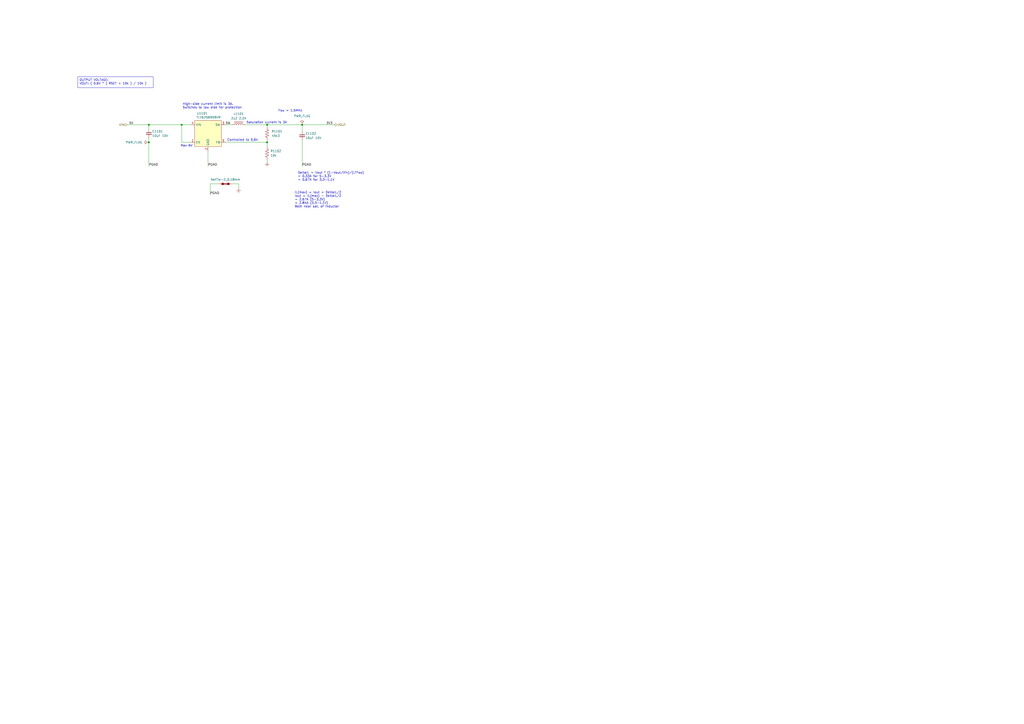
<source format=kicad_sch>
(kicad_sch (version 20250114) (generator "eeschema") (generator_version "9.0")
  (paper "A2")
  (lib_symbols
    (symbol "BR_Capacitors_0402:C_0402_10uF_10V_X5R_20%" (pin_numbers (hide yes)) (pin_names (offset 0.254) (hide yes))
      (property "Reference" "C" (at 1.016 1.778 0))
      (property "Value" "10uF 10V" (at 1.016 -1.778 0))
      (symbol "C_0402_10uF_10V_X5R_20%_0_1"
        (polyline (pts (xy -1.524 0.508) (xy 1.524 0.508)) (stroke (width 0.3048)))
        (polyline (pts (xy -1.524 -0.508) (xy 1.524 -0.508)) (stroke (width 0.3302)))
      )
      (symbol "C_0402_10uF_10V_X5R_20%_1_1"
        (pin passive line (at 0 2.54 270) (length 2.032) (name "~") (number "1"))
        (pin passive line (at 0 -2.54 90) (length 2.032) (name "~") (number "2"))
      )
    )
    (symbol "BR_IC_Regulators:TLV62569DBVR"
      (property "Reference" "U" (at 2.1941 12.7 0))
      (property "Value" "TLV62569DBVR" (at 2.1941 10.16 0))
      (symbol "TLV62569DBVR_1_1"
        (rectangle (start -7.62 7.62) (end 7.62 -7.62) (fill (type background)))
        (pin power_in line (at -10.16 5.08 0) (length 2.54) (name "VIN") (number "4"))
        (pin input line (at -10.16 -5.08 0) (length 2.54) (name "EN") (number "1"))
        (pin power_in line (at 0 -10.16 90) (length 2.54) (name "GND") (number "2"))
        (pin power_out line (at 10.16 5.08 180) (length 2.54) (name "SW") (number "3"))
        (pin input line (at 10.16 -5.08 180) (length 2.54) (name "FB") (number "5"))
      )
    )
    (symbol "BR_Inductors:L_NRS4018T2R2MDGJV" (pin_numbers (hide yes)) (pin_names (offset 0.254) (hide yes))
      (property "Reference" "L" (at -1.27 -1.27 90))
      (property "Value" "2u2 2.2A" (at 3.175 0.635 90))
      (symbol "L_NRS4018T2R2MDGJV_0_1"
        (arc (start 0 2.54) (mid 0.6158 1.905) (end 0 1.27))
        (arc (start 0.0195 1.27) (mid 0.6353 0.635) (end 0.0195 0))
        (arc (start 0.0195 0) (mid 0.6353 -0.635) (end 0.0195 -1.27))
        (arc (start 0.0195 -1.27) (mid 0.6353 -1.905) (end 0.0195 -2.54))
        (polyline (pts (xy 1.27 2.54) (xy 1.27 -2.54)))
        (polyline (pts (xy 1.905 2.54) (xy 1.905 -2.54)))
      )
      (symbol "L_NRS4018T2R2MDGJV_1_1"
        (pin passive line (at 0 3.81 270) (length 1.27) (name "~") (number "1"))
        (pin passive line (at 0 -3.81 90) (length 1.27) (name "~") (number "2"))
      )
    )
    (symbol "BR_Resistors_0201:R_0201_10k" (pin_numbers (hide yes)) (pin_names (offset 0))
      (property "Reference" "R" (at 1.524 1.27 0))
      (property "Value" "10k" (at 1.524 -1.27 0))
      (symbol "R_0201_10k_0_1"
        (polyline (pts (xy 0 2.286) (xy 0 2.54)))
        (polyline (pts (xy 0 2.286) (xy 1.016 1.905) (xy 0 1.524) (xy -1.016 1.143) (xy 0 0.762)))
        (polyline (pts (xy 0 0.762) (xy 1.016 0.381) (xy 0 0) (xy -1.016 -0.381) (xy 0 -0.762)))
        (polyline (pts (xy 0 -0.762) (xy 1.016 -1.143) (xy 0 -1.524) (xy -1.016 -1.905) (xy 0 -2.286)))
        (polyline (pts (xy 0 -2.286) (xy 0 -2.54)))
      )
      (symbol "R_0201_10k_1_1"
        (pin passive line (at 0 3.81 270) (length 1.27) (name "~") (number "1"))
        (pin passive line (at 0 -3.81 90) (length 1.27) (name "~") (number "2"))
      )
    )
    (symbol "BR_Resistors_0402:R_0402_45k3" (pin_numbers (hide yes)) (pin_names (offset 0) (hide yes))
      (property "Reference" "R" (at 1.524 1.27 0))
      (property "Value" "45k3" (at 1.524 -1.27 0))
      (symbol "R_0402_45k3_0_1"
        (polyline (pts (xy 0 2.286) (xy 0 2.54)))
        (polyline (pts (xy 0 2.286) (xy 1.016 1.905) (xy 0 1.524) (xy -1.016 1.143) (xy 0 0.762)))
        (polyline (pts (xy 0 0.762) (xy 1.016 0.381) (xy 0 0) (xy -1.016 -0.381) (xy 0 -0.762)))
        (polyline (pts (xy 0 -0.762) (xy 1.016 -1.143) (xy 0 -1.524) (xy -1.016 -1.905) (xy 0 -2.286)))
        (polyline (pts (xy 0 -2.286) (xy 0 -2.54)))
      )
      (symbol "R_0402_45k3_1_1"
        (pin passive line (at 0 3.81 270) (length 1.27) (name "~") (number "1"))
        (pin passive line (at 0 -3.81 90) (length 1.27) (name "~") (number "2"))
      )
    )
    (symbol "BR_Virtual_Parts:GND" (power) (pin_numbers (hide yes)) (pin_names (offset 0) (hide yes))
      (property "Value" "GND" (at 0 -3.556 0))
      (symbol "GND_0_1"
        (polyline (pts (xy -0.635 -1.905) (xy 0.635 -1.905)))
        (polyline (pts (xy -0.127 -2.54) (xy 0.127 -2.54)))
        (polyline (pts (xy 0 -1.27) (xy 0 0)))
        (polyline (pts (xy 1.27 -1.27) (xy -1.27 -1.27)))
      )
      (symbol "GND_1_1"
        (pin power_in line (at 0 0 270) (length 0) (hide yes) (name "GNDREF") (number "1"))
      )
    )
    (symbol "BR_Virtual_Parts:NetTie-2_0.18mm" (pin_numbers (hide yes)) (pin_names (offset 0)) (in_bom no)
      (property "Value" "NetTie-2_0.18mm" (at 2.54 0 90))
      (symbol "NetTie-2_0.18mm_0_1"
        (polyline (pts (xy 0 2.286) (xy 0 2.54)))
        (polyline (pts (xy 0 -2.286) (xy 0 -2.54)))
      )
      (symbol "NetTie-2_0.18mm_1_1"
        (rectangle (start -0.635 2.286) (end 0.635 1.016) (stroke (width -0.0001)) (fill (type outline)))
        (rectangle (start -0.635 -1.016) (end 0.635 -2.286) (stroke (width -0.0001)) (fill (type outline)))
        (rectangle (start -0.254 1.016) (end 0.254 -1.016) (stroke (width -0.0001)) (fill (type outline)))
        (pin passive line (at 0 3.81 270) (length 1.27) (name "~") (number "1"))
        (pin passive line (at 0 -3.81 90) (length 1.27) (name "~") (number "2"))
      )
    )
    (symbol "power:PWR_FLAG" (power) (pin_numbers (hide yes)) (pin_names (offset 0) (hide yes))
      (property "Value" "PWR_FLAG" (at 0 3.81 0))
      (symbol "PWR_FLAG_0_0"
        (pin power_out line (at 0 0 90) (length 0) (name "~") (number "1"))
      )
      (symbol "PWR_FLAG_0_1"
        (polyline (pts (xy 0 0) (xy 0 1.27) (xy -1.016 1.905) (xy 0 2.54) (xy 1.016 1.905) (xy 0 1.27)))
      )
    )
  )
  (text "DeltaIL = Vout * (1-Vout/Vin)/(L*Fsw)\n= 0.33A for 5-3.3V\n= 0.67A for 3.3-1.1V" (at 172.72 102.362 0) (effects (font (size 1.27 1.27)) (justify left)))
  (text "Fsw = 1.5MHz" (at 168.402 64.262 0) (effects (font (size 1.27 1.27))))
  (text "IL(max) = Iout + DeltaIL/2\nIout = IL(max) - DeltaIL/2\n= 2.67A (5-3.3V)\n= 2.84A (3.3-1.1V)\nBoth near sat. of inductor" (at 170.942 115.824 0) (effects (font (size 1.27 1.27)) (justify left)))
  (text "High-side current limit is 3A.\nSwitches to low side for protection" (at 105.918 61.468 0) (effects (font (size 1.27 1.27)) (justify left)))
  (text "Controlled to 0.6V" (at 140.716 81.28 0) (effects (font (size 1.27 1.27))))
  (text "Max 6V" (at 108.204 84.582 0) (effects (font (size 1.27 1.27))))
  (text "Saturation current is 3A" (at 154.686 71.12 0) (effects (font (size 1.27 1.27))))
  (text_box "OUTPUT VOLTAGE:\nVOUT: ( 0.6V * ( RSET + 10k ) / 10k )" (at 45.085 44.577 0) (size 43.815 6.223) (margins 0.9525 0.9525 0.9525 0.9525) (effects (font (size 1.27 1.27)) (justify left top)))
  (junction (at 86.36 82.55))
  (junction (at 154.94 72.39))
  (junction (at 105.41 72.39))
  (junction (at 154.94 82.55))
  (junction (at 86.36 72.39))
  (junction (at 175.26 72.39))
  (wire (pts (xy 127 106.68) (xy 121.92 106.68)))
  (wire (pts (xy 86.36 80.01) (xy 86.36 82.55)))
  (wire (pts (xy 142.24 72.39) (xy 154.94 72.39)))
  (wire (pts (xy 138.43 109.22) (xy 138.43 106.68)))
  (wire (pts (xy 154.94 72.39) (xy 154.94 73.66)))
  (wire (pts (xy 73.66 72.39) (xy 86.36 72.39)))
  (wire (pts (xy 154.94 81.28) (xy 154.94 82.55)))
  (wire (pts (xy 105.41 82.55) (xy 110.49 82.55)))
  (wire (pts (xy 86.36 82.55) (xy 86.36 96.52)))
  (wire (pts (xy 86.36 74.93) (xy 86.36 72.39)))
  (wire (pts (xy 105.41 72.39) (xy 110.49 72.39)))
  (wire (pts (xy 154.94 82.55) (xy 154.94 85.09)))
  (wire (pts (xy 130.81 72.39) (xy 134.62 72.39)))
  (wire (pts (xy 105.41 72.39) (xy 105.41 82.55)))
  (wire (pts (xy 121.92 106.68) (xy 121.92 113.03)))
  (wire (pts (xy 175.26 76.2) (xy 175.26 72.39)))
  (wire (pts (xy 154.94 92.71) (xy 154.94 93.98)))
  (wire (pts (xy 175.26 81.28) (xy 175.26 96.52)))
  (wire (pts (xy 86.36 72.39) (xy 105.41 72.39)))
  (wire (pts (xy 138.43 106.68) (xy 134.62 106.68)))
  (wire (pts (xy 130.81 82.55) (xy 154.94 82.55)))
  (wire (pts (xy 120.65 96.52) (xy 120.65 87.63)))
  (wire (pts (xy 154.94 72.39) (xy 175.26 72.39)))
  (wire (pts (xy 175.26 72.39) (xy 194.31 72.39)))
  (label "5V" (at 74.93 72.39 0))
  (label "3V3" (at 189.23 72.39 0))
  (label "PGND" (at 121.92 113.03 0))
  (label "PGND" (at 175.26 96.52 0))
  (label "PGND" (at 120.65 96.52 0))
  (label "SW" (at 130.81 72.39 0))
  (label "PGND" (at 86.36 96.52 0))
  (hierarchical_label "VIN" (shape input) (at 73.66 72.39 180))
  (hierarchical_label "VOUT" (shape output) (at 194.31 72.39 0))
  (symbol (lib_id "BR_Resistors_0201:R_0201_10k") (at 154.94 88.9 0) (unit 1)
    (property "Reference" "R1102" (at 156.845 87.6299 0) (effects (justify left)))
    (property "Value" "10k" (at 156.845 90.1699 0) (effects (justify left)))
    (property "Footprint" "BR_Passives:R_0201_0603Metric-minimized" (effects (hide yes)))
    (property "Datasheet" "https://www.yageo.com/upload/media/product/products/datasheet/rchip/PYu-RC_Group_51_RoHS_L_12.pdf" (effects (hide yes)))
    (property "Description" "10k 1% 200ppm 50mW Thick Film Resistor 0201" (effects (hide yes)))
    (property "Manufacturer" "YAGEO" (effects (hide yes)))
    (property "Manufacturer Part Num" "RC0201FR-0710KL" (effects (hide yes)))
    (property "Supplier 1" "DigiKey" (effects (hide yes)))
    (property "Supplier Part Num 1" "311-10.0KMCT-ND" (effects (hide yes)))
    (property "Supplier 2" "Mouser" (effects (hide yes)))
    (property "Supplier Part Num 2" "603-RC0201FR-0710KL" (effects (hide yes)))
    (property "Supplier 3" "JLCPCB" (effects (hide yes)))
    (property "Supplier Part Num 3" "C106225" (effects (hide yes)))
    (property "BRE Number" "BRE-000261" (effects (hide yes)))
  )
  (symbol (lib_id "power:PWR_FLAG") (at 86.36 82.55 90) (unit 1)
    (property "Reference" "#FLG01101" (effects (hide yes)))
    (property "Value" "PWR_FLAG" (at 82.55 82.5499 90) (effects (justify left)))
    (property "Description" "Special symbol for telling ERC where power comes from" (effects (hide yes)))
  )
  (symbol (lib_id "BR_Resistors_0402:R_0402_45k3") (at 154.94 77.47 0) (unit 1)
    (property "Reference" "R1101" (at 157.48 76.1999 0) (effects (justify left)))
    (property "Value" "45k3" (at 157.48 78.7399 0) (effects (justify left)))
    (property "Footprint" "BR_Passives:C_0402_1005Metric-minimized" (effects (hide yes)))
    (property "Datasheet" "https://www.yageo.com/upload/media/product/app/datasheet/rchip/pyu-rc_group_51_rohs_l.pdf" (effects (hide yes)))
    (property "Description" "45.3k 1% 100ppm 62.5mW Thick Film Resistor 0402" (effects (hide yes)))
    (property "Manufacturer" "YAGEO" (effects (hide yes)))
    (property "Manufacturer Part Num" "RC0402FR-0745K3L" (effects (hide yes)))
    (property "BRE Number" "BRE-000341" (effects (hide yes)))
    (property "Supplier 1" "DigiKey" (effects (hide yes)))
    (property "Supplier Part Num 1" "311-45.3KLRCT-ND" (effects (hide yes)))
    (property "Supplier 2" "DigiKey" (effects (hide yes)))
    (property "Supplier Part Num 2" "311-45.3KLRTR-ND" (effects (hide yes)))
    (property "Supplier 3" "JLCPCB" (effects (hide yes)))
    (property "Supplier Part Num 3" "C137977" (effects (hide yes)))
    (property "JLCPCB Part Num" "C137977" (effects (hide yes)))
  )
  (symbol (lib_id "BR_IC_Regulators:TLV62569DBVR") (at 120.65 77.47 0) (unit 1)
    (property "Reference" "U1101" (at 114.046 65.786 0) (effects (justify left)))
    (property "Value" "TLV62569DBVR" (at 113.792 68.072 0) (effects (justify left)))
    (property "Footprint" "BR_SOT:SOT-23-5_mini" (effects (hide yes)))
    (property "Datasheet" "https://www.ti.com/general/docs/suppproductinfo.tsp?distId=10&gotoUrl=https%3A%2F%2Fwww.ti.com%2Flit%2Fgpn%2Ftlv62569" (effects (hide yes)))
    (property "Description" "Buck Converter, 2.5 - 5.5V Input, 2A, 0.6 - 5.5V Output, 1.5MHz, SOT23-5 (2.9x2.8)" (effects (hide yes)))
    (property "Manufacturer" "Texas Instruments" (effects (hide yes)))
    (property "Manufacturer Part Num" "TLV62569DBVR" (effects (hide yes)))
    (property "Supplier 1" "DigiKey" (effects (hide yes)))
    (property "Supplier Part Num 1" "296-47360-1-ND" (effects (hide yes)))
    (property "Supplier 2" "Mouser" (effects (hide yes)))
    (property "Supplier Part Num 2" "595-TLV62569DBVR" (effects (hide yes)))
    (property "Supplier 3" "JLCPCB" (effects (hide yes)))
    (property "Supplier Part Num 3" "C141836" (effects (hide yes)))
    (property "BRE Number" "BRE-000206" (effects (hide yes)))
  )
  (symbol (lib_id "BR_Virtual_Parts:GND") (at 138.43 109.22 0) (unit 1)
    (property "Reference" "#PWR01101" (effects (hide yes)))
    (property "Value" "GND" (effects (hide yes)))
  )
  (symbol (lib_id "BR_Capacitors_0402:C_0402_10uF_10V_X5R_20%") (at 86.36 77.47 0) (unit 1)
    (property "Reference" "C1101" (at 88.265 76.2062 0) (effects (justify left)))
    (property "Value" "10uF 10V" (at 88.265 78.7462 0) (effects (justify left)))
    (property "Footprint" "BR_Passives:C_0402_1005Metric-minimized" (effects (hide yes)))
    (property "Datasheet" "https://mm.digikey.com/Volume0/opasdata/d220001/medias/docus/2614/CL05A106MP5NUNC_Spec.pdf" (effects (hide yes)))
    (property "Description" "10uF 10V X5R 20% Ceramic Capacitor 0402" (effects (hide yes)))
    (property "Manufacturer" "Samsung Electro-Mechanics" (effects (hide yes)))
    (property "Manufacturer Part Num" "CL05A106MP5NUNC" (effects (hide yes)))
    (property "Supplier 1" "DigiKey" (effects (hide yes)))
    (property "Supplier 2" "Mouser" (effects (hide yes)))
    (property "Supplier 3" "JLCPCB" (effects (hide yes)))
    (property "Supplier Part Num 1" "1276-1450-6-ND" (effects (hide yes)))
    (property "Supplier Part Num 2" "187-CL05A106MP5NUNC" (effects (hide yes)))
    (property "Supplier Part Num 3" "C315248" (effects (hide yes)))
    (property "BRE Number" "BRE-000015" (effects (hide yes)))
  )
  (symbol (lib_id "BR_Virtual_Parts:GND") (at 154.94 93.98 0) (unit 1)
    (property "Reference" "#PWR01102" (effects (hide yes)))
    (property "Value" "GND" (effects (hide yes)))
  )
  (symbol (lib_id "BR_Virtual_Parts:NetTie-2_0.18mm") (at 130.81 106.68 90) (unit 1) (in_bom no)
    (property "Reference" "NT1101" (effects (hide yes)))
    (property "Value" "NetTie-2_0.18mm" (at 130.81 104.14 90))
    (property "Footprint" "BR_Virtual_Parts:NetTie-2_SMD_Pad_0.18mm_wide" (effects (hide yes)))
    (property "Description" "Net Tie" (effects (hide yes)))
  )
  (symbol (lib_id "BR_Capacitors_0402:C_0402_10uF_10V_X5R_20%") (at 175.26 78.74 0) (unit 1)
    (property "Reference" "C1102" (at 177.165 77.4762 0) (effects (justify left)))
    (property "Value" "10uF 10V" (at 177.165 80.0162 0) (effects (justify left)))
    (property "Footprint" "BR_Passives:C_0402_1005Metric-minimized" (effects (hide yes)))
    (property "Datasheet" "https://mm.digikey.com/Volume0/opasdata/d220001/medias/docus/2614/CL05A106MP5NUNC_Spec.pdf" (effects (hide yes)))
    (property "Description" "10uF 10V X5R 20% Ceramic Capacitor 0402" (effects (hide yes)))
    (property "Manufacturer" "Samsung Electro-Mechanics" (effects (hide yes)))
    (property "Manufacturer Part Num" "CL05A106MP5NUNC" (effects (hide yes)))
    (property "Supplier 1" "DigiKey" (effects (hide yes)))
    (property "Supplier 2" "Mouser" (effects (hide yes)))
    (property "Supplier 3" "JLCPCB" (effects (hide yes)))
    (property "Supplier Part Num 1" "1276-1450-6-ND" (effects (hide yes)))
    (property "Supplier Part Num 2" "187-CL05A106MP5NUNC" (effects (hide yes)))
    (property "Supplier Part Num 3" "C315248" (effects (hide yes)))
    (property "BRE Number" "BRE-000015" (effects (hide yes)))
  )
  (symbol (lib_id "BR_Inductors:L_NRS4018T2R2MDGJV") (at 138.43 72.39 90) (unit 1)
    (property "Reference" "L1101" (at 138.43 66.04 90))
    (property "Value" "2u2 2.2A" (at 138.43 68.58 90))
    (property "Footprint" "BR_Inductors:L_Taiyo-Yuden_NR-4018" (effects (hide yes)))
    (property "Datasheet" "https://mm.digikey.com/Volume0/opasdata/d220001/medias/docus/664/NRS4018T2R2MDGJV_SS.pdf" (effects (hide yes)))
    (property "Description" "2.2µH 20% 2.2A 50.4mR Shielded Wirewound Inductor SMT 4x4x1.8mm" (effects (hide yes)))
    (property "Manufacturer" "Taiyo Yuden" (effects (hide yes)))
    (property "Manufacturer Part Num" "NRS4018T2R2MDGJV" (effects (hide yes)))
    (property "Supplier 1" "DigiKey" (effects (hide yes)))
    (property "Supplier Part Num 1" "587-3577-1-ND" (effects (hide yes)))
    (property "Supplier 2" "DigiKey" (effects (hide yes)))
    (property "Supplier Part Num 2" "587-3577-2-ND" (effects (hide yes)))
    (property "Supplier 3" "JLCPCB" (effects (hide yes)))
    (property "Supplier Part Num 3" "C2041550" (effects (hide yes)))
    (property "BRE Number" "BRE-000227" (effects (hide yes)))
  )
  (symbol (lib_id "power:PWR_FLAG") (at 175.26 72.39 0) (unit 1)
    (property "Reference" "#FLG01102" (effects (hide yes)))
    (property "Value" "PWR_FLAG" (at 175.26 67.31 0))
    (property "Description" "Special symbol for telling ERC where power comes from" (effects (hide yes)))
  )
)
</source>
